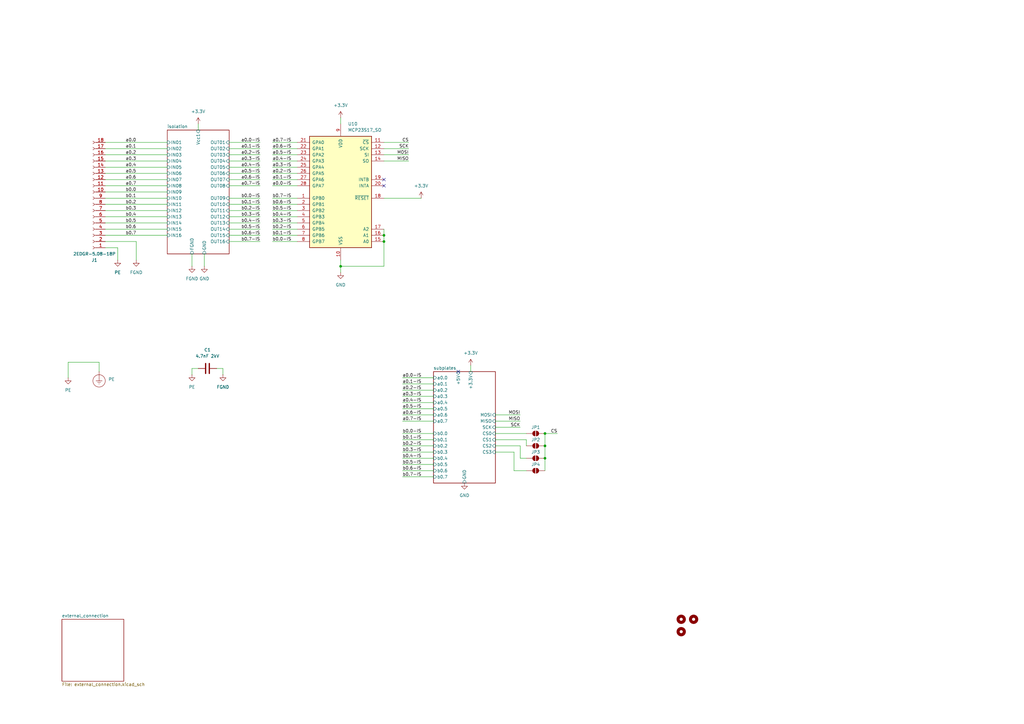
<source format=kicad_sch>
(kicad_sch (version 20231120) (generator "eeschema") (generator_version "8.0")
  (paper "A3")
  (title_block (title "${article} v${version}"))
  (lib_symbols
    (symbol "Jumper:SolderJumper_2_Open" (pin_numbers hide) (pin_names (offset 0) hide) (exclude_from_sim yes) (in_bom no)
      (property "Reference" "JP" (at 0 2.032 0))
      (property "Value" "SolderJumper_2_Open" (at 0 -2.54 0))
      (symbol "SolderJumper_2_Open_0_1"
        (arc (start -0.254 1.016) (mid -1.2656 0) (end -0.254 -1.016))
        (arc (start -0.254 1.016) (mid -1.2656 0) (end -0.254 -1.016) (fill (type outline)))
        (polyline (pts (xy -0.254 1.016) (xy -0.254 -1.016)))
        (polyline (pts (xy 0.254 1.016) (xy 0.254 -1.016)))
        (arc (start 0.254 -1.016) (mid 1.2656 0) (end 0.254 1.016))
        (arc (start 0.254 -1.016) (mid 1.2656 0) (end 0.254 1.016) (fill (type outline)))
      )
      (symbol "SolderJumper_2_Open_1_1"
        (pin passive line (at -3.81 0 0) (length 2.54) (name "A") (number "1"))
        (pin passive line (at 3.81 0 180) (length 2.54) (name "B") (number "2"))
      )
    )
    (symbol "kicad_inventree_lib:C_4.7nF_2kV_1812" (pin_numbers hide) (pin_names (offset 0.254))
      (property "Reference" "C" (at 0.635 2.54 0))
      (property "Value" "4.7nF 2kV" (at 0.635 -2.54 0))
      (symbol "C_4.7nF_2kV_1812_0_1"
        (polyline (pts (xy -2.032 -0.762) (xy 2.032 -0.762)) (stroke (width 0.508)))
        (polyline (pts (xy -2.032 0.762) (xy 2.032 0.762)) (stroke (width 0.508)))
      )
      (symbol "C_4.7nF_2kV_1812_1_1"
        (pin passive line (at 0 3.81 270) (length 2.794) (name "~") (number "1"))
        (pin passive line (at 0 -3.81 90) (length 2.794) (name "~") (number "2"))
      )
    )
    (symbol "kicad_inventree_lib:Degson_2EDGR-5.08-18P" (pin_names (offset 1.016) hide)
      (property "Reference" "J" (at 0 2.54 0))
      (property "Value" "2EDGR-5.08-18P" (at -4.572 -46.482 0))
      (symbol "Degson_2EDGR-5.08-18P_1_1"
        (arc (start 0 -42.672) (mid -0.5058 -43.18) (end 0 -43.688) (stroke (width 0.1524)))
        (arc (start 0 -40.132) (mid -0.5058 -40.64) (end 0 -41.148) (stroke (width 0.1524)))
        (arc (start 0 -37.592) (mid -0.5058 -38.1) (end 0 -38.608) (stroke (width 0.1524)))
        (arc (start 0 -35.052) (mid -0.5058 -35.56) (end 0 -36.068) (stroke (width 0.1524)))
        (arc (start 0 -32.512) (mid -0.5058 -33.02) (end 0 -33.528) (stroke (width 0.1524)))
        (arc (start 0 -29.972) (mid -0.5058 -30.48) (end 0 -30.988) (stroke (width 0.1524)))
        (arc (start 0 -27.432) (mid -0.5058 -27.94) (end 0 -28.448) (stroke (width 0.1524)))
        (arc (start 0 -24.892) (mid -0.5058 -25.4) (end 0 -25.908) (stroke (width 0.1524)))
        (arc (start 0 -22.352) (mid -0.5058 -22.86) (end 0 -23.368) (stroke (width 0.1524)))
        (arc (start 0 -19.812) (mid -0.5058 -20.32) (end 0 -20.828) (stroke (width 0.1524)))
        (arc (start 0 -17.272) (mid -0.5058 -17.78) (end 0 -18.288) (stroke (width 0.1524)))
        (arc (start 0 -14.732) (mid -0.5058 -15.24) (end 0 -15.748) (stroke (width 0.1524)))
        (arc (start 0 -12.192) (mid -0.5058 -12.7) (end 0 -13.208) (stroke (width 0.1524)))
        (arc (start 0 -9.652) (mid -0.5058 -10.16) (end 0 -10.668) (stroke (width 0.1524)))
        (arc (start 0 -7.112) (mid -0.5058 -7.62) (end 0 -8.128) (stroke (width 0.1524)))
        (arc (start 0 -4.572) (mid -0.5058 -5.08) (end 0 -5.588) (stroke (width 0.1524)))
        (arc (start 0 -2.032) (mid -0.5058 -2.54) (end 0 -3.048) (stroke (width 0.1524)))
        (polyline (pts (xy -1.27 -43.18) (xy -0.508 -43.18)) (stroke (width 0.1524)))
        (polyline (pts (xy -1.27 -40.64) (xy -0.508 -40.64)) (stroke (width 0.1524)))
        (polyline (pts (xy -1.27 -38.1) (xy -0.508 -38.1)) (stroke (width 0.1524)))
        (polyline (pts (xy -1.27 -35.56) (xy -0.508 -35.56)) (stroke (width 0.1524)))
        (polyline (pts (xy -1.27 -33.02) (xy -0.508 -33.02)) (stroke (width 0.1524)))
        (polyline (pts (xy -1.27 -30.48) (xy -0.508 -30.48)) (stroke (width 0.1524)))
        (polyline (pts (xy -1.27 -27.94) (xy -0.508 -27.94)) (stroke (width 0.1524)))
        (polyline (pts (xy -1.27 -25.4) (xy -0.508 -25.4)) (stroke (width 0.1524)))
        (polyline (pts (xy -1.27 -22.86) (xy -0.508 -22.86)) (stroke (width 0.1524)))
        (polyline (pts (xy -1.27 -20.32) (xy -0.508 -20.32)) (stroke (width 0.1524)))
        (polyline (pts (xy -1.27 -17.78) (xy -0.508 -17.78)) (stroke (width 0.1524)))
        (polyline (pts (xy -1.27 -15.24) (xy -0.508 -15.24)) (stroke (width 0.1524)))
        (polyline (pts (xy -1.27 -12.7) (xy -0.508 -12.7)) (stroke (width 0.1524)))
        (polyline (pts (xy -1.27 -10.16) (xy -0.508 -10.16)) (stroke (width 0.1524)))
        (polyline (pts (xy -1.27 -7.62) (xy -0.508 -7.62)) (stroke (width 0.1524)))
        (polyline (pts (xy -1.27 -5.08) (xy -0.508 -5.08)) (stroke (width 0.1524)))
        (polyline (pts (xy -1.27 -2.54) (xy -0.508 -2.54)) (stroke (width 0.1524)))
        (polyline (pts (xy -1.27 0) (xy -0.508 0)) (stroke (width 0.1524)))
        (arc (start 0 0.508) (mid -0.5058 0) (end 0 -0.508) (stroke (width 0.1524)))
        (pin passive line (at -5.08 0 0) (length 3.81) (name "Pin_1") (number "1"))
        (pin passive line (at -5.08 -22.86 0) (length 3.81) (name "Pin_10") (number "10"))
        (pin passive line (at -5.08 -25.4 0) (length 3.81) (name "Pin_11") (number "11"))
        (pin passive line (at -5.08 -27.94 0) (length 3.81) (name "Pin_12") (number "12"))
        (pin passive line (at -5.08 -30.48 0) (length 3.81) (name "Pin_13") (number "13"))
        (pin passive line (at -5.08 -33.02 0) (length 3.81) (name "Pin_14") (number "14"))
        (pin passive line (at -5.08 -35.56 0) (length 3.81) (name "Pin_15") (number "15"))
        (pin passive line (at -5.08 -38.1 0) (length 3.81) (name "Pin_16") (number "16"))
        (pin passive line (at -5.08 -40.64 0) (length 3.81) (name "Pin_17") (number "17"))
        (pin passive line (at -5.08 -43.18 0) (length 3.81) (name "Pin_18") (number "18"))
        (pin passive line (at -5.08 -2.54 0) (length 3.81) (name "Pin_2") (number "2"))
        (pin passive line (at -5.08 -5.08 0) (length 3.81) (name "Pin_3") (number "3"))
        (pin passive line (at -5.08 -7.62 0) (length 3.81) (name "Pin_4") (number "4"))
        (pin passive line (at -5.08 -10.16 0) (length 3.81) (name "Pin_5") (number "5"))
        (pin passive line (at -5.08 -12.7 0) (length 3.81) (name "Pin_6") (number "6"))
        (pin passive line (at -5.08 -15.24 0) (length 3.81) (name "Pin_7") (number "7"))
        (pin passive line (at -5.08 -17.78 0) (length 3.81) (name "Pin_8") (number "8"))
        (pin passive line (at -5.08 -20.32 0) (length 3.81) (name "Pin_9") (number "9"))
      )
    )
    (symbol "kicad_inventree_lib:MCP23S17_SO" (pin_names (offset 1.016))
      (property "Reference" "U" (at -11.43 24.13 0))
      (property "Value" "MCP23S17_SO" (at 0 0 0))
      (symbol "MCP23S17_SO_0_1"
        (rectangle (start -12.7 22.86) (end 12.7 -22.86) (stroke (width 0.254)) (fill (type background)))
      )
      (symbol "MCP23S17_SO_1_1"
        (pin bidirectional line (at 17.78 -2.54 180) (length 5.08) (name "GPB0") (number "1"))
        (pin power_in line (at 0 -27.94 90) (length 5.08) (name "VSS") (number "10"))
        (pin input line (at -17.78 20.32 0) (length 5.08) (name "~{CS}") (number "11"))
        (pin input line (at -17.78 17.78 0) (length 5.08) (name "SCK") (number "12"))
        (pin input line (at -17.78 15.24 0) (length 5.08) (name "SI") (number "13"))
        (pin output line (at -17.78 12.7 0) (length 5.08) (name "SO") (number "14"))
        (pin input line (at -17.78 -20.32 0) (length 5.08) (name "A0") (number "15"))
        (pin input line (at -17.78 -17.78 0) (length 5.08) (name "A1") (number "16"))
        (pin input line (at -17.78 -15.24 0) (length 5.08) (name "A2") (number "17"))
        (pin input line (at -17.78 -2.54 0) (length 5.08) (name "~{RESET}") (number "18"))
        (pin tri_state line (at -17.78 5.08 0) (length 5.08) (name "INTB") (number "19"))
        (pin bidirectional line (at 17.78 -5.08 180) (length 5.08) (name "GPB1") (number "2"))
        (pin tri_state line (at -17.78 2.54 0) (length 5.08) (name "INTA") (number "20"))
        (pin bidirectional line (at 17.78 20.32 180) (length 5.08) (name "GPA0") (number "21"))
        (pin bidirectional line (at 17.78 17.78 180) (length 5.08) (name "GPA1") (number "22"))
        (pin bidirectional line (at 17.78 15.24 180) (length 5.08) (name "GPA2") (number "23"))
        (pin bidirectional line (at 17.78 12.7 180) (length 5.08) (name "GPA3") (number "24"))
        (pin bidirectional line (at 17.78 10.16 180) (length 5.08) (name "GPA4") (number "25"))
        (pin bidirectional line (at 17.78 7.62 180) (length 5.08) (name "GPA5") (number "26"))
        (pin bidirectional line (at 17.78 5.08 180) (length 5.08) (name "GPA6") (number "27"))
        (pin bidirectional line (at 17.78 2.54 180) (length 5.08) (name "GPA7") (number "28"))
        (pin bidirectional line (at 17.78 -7.62 180) (length 5.08) (name "GPB2") (number "3"))
        (pin bidirectional line (at 17.78 -10.16 180) (length 5.08) (name "GPB3") (number "4"))
        (pin bidirectional line (at 17.78 -12.7 180) (length 5.08) (name "GPB4") (number "5"))
        (pin bidirectional line (at 17.78 -15.24 180) (length 5.08) (name "GPB5") (number "6"))
        (pin bidirectional line (at 17.78 -17.78 180) (length 5.08) (name "GPB6") (number "7"))
        (pin bidirectional line (at 17.78 -20.32 180) (length 5.08) (name "GPB7") (number "8"))
        (pin power_in line (at 0 27.94 270) (length 5.08) (name "VDD") (number "9"))
      )
    )
    (symbol "kicad_inventree_lib:MountingHole_M3" (pin_names (offset 1.016)) (exclude_from_sim yes) (in_bom no)
      (symbol "MountingHole_M3_0_1"
        (circle (center 0 0) (radius 1.27) (stroke (width 1.27)))
      )
    )
    (symbol "kicad_inventree_lib:PE" (pin_numbers hide) (pin_names (offset 0) hide) (in_bom no)
      (property "Value" "PE" (at 0 -7.62 0))
      (symbol "PE_0_1"
        (circle (center 0 -3.81) (radius 2.54))
        (polyline (pts (xy -0.635 -4.445) (xy 0.635 -4.445)))
        (polyline (pts (xy -0.127 -5.08) (xy 0.127 -5.08)))
        (polyline (pts (xy 0 -3.81) (xy 0 0)))
        (polyline (pts (xy 1.27 -3.81) (xy -1.27 -3.81)))
      )
      (symbol "PE_1_1"
        (pin power_in line (at 0 0 270) (length 0) (name "~") (number "1"))
      )
    )
    (symbol "power:+5V" (power) (pin_numbers hide) (pin_names (offset 0) hide)
      (property "Value" "+5V" (at 0 3.556 0))
      (symbol "+5V_0_1"
        (polyline (pts (xy -0.762 1.27) (xy 0 2.54)))
        (polyline (pts (xy 0 0) (xy 0 2.54)))
        (polyline (pts (xy 0 2.54) (xy 0.762 1.27)))
      )
      (symbol "+5V_1_1"
        (pin power_in line (at 0 0 90) (length 0) (name "~") (number "1"))
      )
    )
    (symbol "power:GND" (power) (pin_numbers hide) (pin_names (offset 0) hide)
      (property "Value" "GND" (at 0 -3.81 0))
      (symbol "GND_0_1"
        (polyline (pts (xy 0 0) (xy 0 -1.27) (xy 1.27 -1.27) (xy 0 -2.54) (xy -1.27 -1.27) (xy 0 -1.27)))
      )
      (symbol "GND_1_1"
        (pin power_in line (at 0 0 270) (length 0) (name "~") (number "1"))
      )
    )
  )
  (junction (at 157.48 99.06))
  (junction (at 157.48 96.52))
  (junction (at 223.52 177.8))
  (junction (at 223.52 182.88))
  (junction (at 139.7 109.22))
  (junction (at 223.52 187.96))
  (no_connect (at 187.96 152.4))
  (no_connect (at 157.48 73.66))
  (no_connect (at 157.48 76.2))
  (wire (pts (xy 111.76 91.44) (xy 121.92 91.44)))
  (wire (pts (xy 40.64 148.59) (xy 40.64 152.4)))
  (wire (pts (xy 91.44 153.67) (xy 91.44 151.13)))
  (wire (pts (xy 203.2 177.8) (xy 215.9 177.8)))
  (wire (pts (xy 93.98 96.52) (xy 106.68 96.52)))
  (wire (pts (xy 55.88 99.06) (xy 43.18 99.06)))
  (wire (pts (xy 111.76 68.58) (xy 121.92 68.58)))
  (wire (pts (xy 93.98 68.58) (xy 106.68 68.58)))
  (wire (pts (xy 111.76 96.52) (xy 121.92 96.52)))
  (wire (pts (xy 223.52 177.8) (xy 223.52 182.88)))
  (wire (pts (xy 91.44 151.13) (xy 88.9 151.13)))
  (wire (pts (xy 165.1 157.48) (xy 177.8 157.48)))
  (wire (pts (xy 43.18 73.66) (xy 68.58 73.66)))
  (wire (pts (xy 111.76 88.9) (xy 121.92 88.9)))
  (wire (pts (xy 157.48 63.5) (xy 167.64 63.5)))
  (wire (pts (xy 111.76 73.66) (xy 121.92 73.66)))
  (wire (pts (xy 43.18 66.04) (xy 68.58 66.04)))
  (wire (pts (xy 43.18 78.74) (xy 68.58 78.74)))
  (wire (pts (xy 43.18 83.82) (xy 68.58 83.82)))
  (wire (pts (xy 93.98 76.2) (xy 106.68 76.2)))
  (wire (pts (xy 157.48 96.52) (xy 157.48 99.06)))
  (wire (pts (xy 139.7 111.76) (xy 139.7 109.22)))
  (wire (pts (xy 139.7 48.26) (xy 139.7 50.8)))
  (wire (pts (xy 93.98 86.36) (xy 106.68 86.36)))
  (wire (pts (xy 93.98 66.04) (xy 106.68 66.04)))
  (wire (pts (xy 78.74 151.13) (xy 78.74 153.67)))
  (wire (pts (xy 93.98 81.28) (xy 106.68 81.28)))
  (wire (pts (xy 165.1 180.34) (xy 177.8 180.34)))
  (wire (pts (xy 165.1 190.5) (xy 177.8 190.5)))
  (wire (pts (xy 157.48 81.28) (xy 172.72 81.28)))
  (wire (pts (xy 111.76 58.42) (xy 121.92 58.42)))
  (wire (pts (xy 27.94 148.59) (xy 40.64 148.59)))
  (wire (pts (xy 93.98 73.66) (xy 106.68 73.66)))
  (wire (pts (xy 203.2 175.26) (xy 213.36 175.26)))
  (wire (pts (xy 111.76 71.12) (xy 121.92 71.12)))
  (wire (pts (xy 93.98 99.06) (xy 106.68 99.06)))
  (wire (pts (xy 111.76 93.98) (xy 121.92 93.98)))
  (wire (pts (xy 48.26 101.6) (xy 48.26 106.68)))
  (wire (pts (xy 55.88 106.68) (xy 55.88 99.06)))
  (wire (pts (xy 157.48 93.98) (xy 157.48 96.52)))
  (wire (pts (xy 93.98 63.5) (xy 106.68 63.5)))
  (wire (pts (xy 93.98 60.96) (xy 106.68 60.96)))
  (wire (pts (xy 165.1 195.58) (xy 177.8 195.58)))
  (wire (pts (xy 43.18 60.96) (xy 68.58 60.96)))
  (wire (pts (xy 215.9 182.88) (xy 215.9 180.34)))
  (wire (pts (xy 111.76 66.04) (xy 121.92 66.04)))
  (wire (pts (xy 43.18 81.28) (xy 68.58 81.28)))
  (wire (pts (xy 93.98 91.44) (xy 106.68 91.44)))
  (wire (pts (xy 43.18 86.36) (xy 68.58 86.36)))
  (wire (pts (xy 111.76 81.28) (xy 121.92 81.28)))
  (wire (pts (xy 165.1 154.94) (xy 177.8 154.94)))
  (wire (pts (xy 111.76 76.2) (xy 121.92 76.2)))
  (wire (pts (xy 111.76 83.82) (xy 121.92 83.82)))
  (wire (pts (xy 43.18 76.2) (xy 68.58 76.2)))
  (wire (pts (xy 223.52 177.8) (xy 228.6 177.8)))
  (wire (pts (xy 165.1 160.02) (xy 177.8 160.02)))
  (wire (pts (xy 203.2 170.18) (xy 213.36 170.18)))
  (wire (pts (xy 165.1 170.18) (xy 177.8 170.18)))
  (wire (pts (xy 203.2 182.88) (xy 213.36 182.88)))
  (wire (pts (xy 139.7 109.22) (xy 157.48 109.22)))
  (wire (pts (xy 93.98 58.42) (xy 106.68 58.42)))
  (wire (pts (xy 157.48 58.42) (xy 167.64 58.42)))
  (wire (pts (xy 213.36 187.96) (xy 213.36 182.88)))
  (wire (pts (xy 215.9 187.96) (xy 213.36 187.96)))
  (wire (pts (xy 81.28 50.8) (xy 81.28 53.34)))
  (wire (pts (xy 111.76 86.36) (xy 121.92 86.36)))
  (wire (pts (xy 43.18 101.6) (xy 48.26 101.6)))
  (wire (pts (xy 27.94 154.94) (xy 27.94 148.59)))
  (wire (pts (xy 165.1 167.64) (xy 177.8 167.64)))
  (wire (pts (xy 165.1 172.72) (xy 177.8 172.72)))
  (wire (pts (xy 139.7 106.68) (xy 139.7 109.22)))
  (wire (pts (xy 93.98 83.82) (xy 106.68 83.82)))
  (wire (pts (xy 193.04 149.86) (xy 193.04 152.4)))
  (wire (pts (xy 78.74 104.14) (xy 78.74 109.22)))
  (wire (pts (xy 43.18 93.98) (xy 68.58 93.98)))
  (wire (pts (xy 165.1 193.04) (xy 177.8 193.04)))
  (wire (pts (xy 93.98 88.9) (xy 106.68 88.9)))
  (wire (pts (xy 165.1 182.88) (xy 177.8 182.88)))
  (wire (pts (xy 43.18 91.44) (xy 68.58 91.44)))
  (wire (pts (xy 93.98 71.12) (xy 106.68 71.12)))
  (wire (pts (xy 43.18 58.42) (xy 68.58 58.42)))
  (wire (pts (xy 43.18 88.9) (xy 68.58 88.9)))
  (wire (pts (xy 43.18 96.52) (xy 68.58 96.52)))
  (wire (pts (xy 165.1 165.1) (xy 177.8 165.1)))
  (wire (pts (xy 43.18 63.5) (xy 68.58 63.5)))
  (wire (pts (xy 203.2 172.72) (xy 213.36 172.72)))
  (wire (pts (xy 210.82 185.42) (xy 210.82 193.04)))
  (wire (pts (xy 81.28 151.13) (xy 78.74 151.13)))
  (wire (pts (xy 165.1 162.56) (xy 177.8 162.56)))
  (wire (pts (xy 111.76 60.96) (xy 121.92 60.96)))
  (wire (pts (xy 93.98 93.98) (xy 106.68 93.98)))
  (wire (pts (xy 223.52 187.96) (xy 223.52 193.04)))
  (wire (pts (xy 157.48 99.06) (xy 157.48 109.22)))
  (wire (pts (xy 165.1 185.42) (xy 177.8 185.42)))
  (wire (pts (xy 43.18 68.58) (xy 68.58 68.58)))
  (wire (pts (xy 203.2 180.34) (xy 215.9 180.34)))
  (wire (pts (xy 111.76 63.5) (xy 121.92 63.5)))
  (wire (pts (xy 223.52 182.88) (xy 223.52 187.96)))
  (wire (pts (xy 165.1 177.8) (xy 177.8 177.8)))
  (wire (pts (xy 83.82 104.14) (xy 83.82 109.22)))
  (wire (pts (xy 157.48 66.04) (xy 167.64 66.04)))
  (wire (pts (xy 210.82 193.04) (xy 215.9 193.04)))
  (wire (pts (xy 157.48 60.96) (xy 167.64 60.96)))
  (wire (pts (xy 111.76 99.06) (xy 121.92 99.06)))
  (wire (pts (xy 203.2 185.42) (xy 210.82 185.42)))
  (wire (pts (xy 43.18 71.12) (xy 68.58 71.12)))
  (wire (pts (xy 165.1 187.96) (xy 177.8 187.96)))
  (label "a0.4" (at 55.88 68.58 180))
  (label "b0.5-IS" (at 106.68 93.98 180))
  (label "b0.2" (at 55.88 83.82 180))
  (label "b0.3" (at 55.88 86.36 180))
  (label "a0.7-IS" (at 106.68 76.2 180))
  (label "b0.5-IS" (at 111.76 86.36 0))
  (label "b0.4-IS" (at 106.68 91.44 180))
  (label "a0.4-IS" (at 106.68 68.58 180))
  (label "b0.7-IS" (at 165.1 195.58 0))
  (label "b0.2-IS" (at 106.68 86.36 180))
  (label "b0.5-IS" (at 165.1 190.5 0))
  (label "b0.3-IS" (at 111.76 91.44 0))
  (label "b0.1-IS" (at 165.1 180.34 0))
  (label "MISO" (at 213.36 172.72 180))
  (label "CS" (at 228.6 177.8 180))
  (label "b0.2-IS" (at 165.1 182.88 0))
  (label "b0.0-IS" (at 165.1 177.8 0))
  (label "a0.6-IS" (at 106.68 73.66 180))
  (label "b0.3-IS" (at 165.1 185.42 0))
  (label "a0.5" (at 55.88 71.12 180))
  (label "a0.0" (at 55.88 58.42 180))
  (label "a0.3-IS" (at 165.1 162.56 0))
  (label "a0.2-IS" (at 165.1 160.02 0))
  (label "b0.1" (at 55.88 81.28 180))
  (label "a0.3-IS" (at 106.68 66.04 180))
  (label "SCK" (at 213.36 175.26 180))
  (label "CS" (at 167.64 58.42 180))
  (label "a0.1" (at 55.88 60.96 180))
  (label "a0.1-IS" (at 106.68 60.96 180))
  (label "b0.4-IS" (at 165.1 187.96 0))
  (label "a0.1-IS" (at 165.1 157.48 0))
  (label "b0.0" (at 55.88 78.74 180))
  (label "b0.3-IS" (at 106.68 88.9 180))
  (label "b0.7-IS" (at 106.68 99.06 180))
  (label "a0.2-IS" (at 111.76 71.12 0))
  (label "b0.6-IS" (at 106.68 96.52 180))
  (label "a0.0-IS" (at 165.1 154.94 0))
  (label "a0.6-IS" (at 165.1 170.18 0))
  (label "a0.4-IS" (at 165.1 165.1 0))
  (label "a0.3" (at 55.88 66.04 180))
  (label "MOSI" (at 213.36 170.18 180))
  (label "MISO" (at 167.64 66.04 180))
  (label "a0.0-IS" (at 111.76 76.2 0))
  (label "SCK" (at 167.64 60.96 180))
  (label "a0.5-IS" (at 165.1 167.64 0))
  (label "b0.5" (at 55.88 91.44 180))
  (label "a0.7-IS" (at 111.76 58.42 0))
  (label "b0.0-IS" (at 106.68 81.28 180))
  (label "a0.2-IS" (at 106.68 63.5 180))
  (label "b0.4-IS" (at 111.76 88.9 0))
  (label "a0.5-IS" (at 111.76 63.5 0))
  (label "MOSI" (at 167.64 63.5 180))
  (label "b0.6" (at 55.88 93.98 180))
  (label "a0.6-IS" (at 111.76 60.96 0))
  (label "b0.4" (at 55.88 88.9 180))
  (label "b0.6-IS" (at 111.76 83.82 0))
  (label "a0.7-IS" (at 165.1 172.72 0))
  (label "b0.6-IS" (at 165.1 193.04 0))
  (label "a0.7" (at 55.88 76.2 180))
  (label "b0.2-IS" (at 111.76 93.98 0))
  (label "b0.7-IS" (at 111.76 81.28 0))
  (label "b0.1-IS" (at 106.68 83.82 180))
  (label "a0.2" (at 55.88 63.5 180))
  (label "a0.0-IS" (at 106.68 58.42 180))
  (label "b0.0-IS" (at 111.76 99.06 0))
  (label "b0.7" (at 55.88 96.52 180))
  (label "a0.3-IS" (at 111.76 68.58 0))
  (label "a0.5-IS" (at 106.68 71.12 180))
  (label "b0.1-IS" (at 111.76 96.52 0))
  (label "a0.4-IS" (at 111.76 66.04 0))
  (label "a0.1-IS" (at 111.76 73.66 0))
  (label "a0.6" (at 55.88 73.66 180))
  (symbol (lib_id "power:GND") (at 139.7 111.76 0) (unit 1)
    (property "Reference" "#PWR010" (effects (hide yes)))
    (property "Value" "GND" (at 139.7 116.84 0))
    (property "Description" "Power symbol creates a global label with name \"GND\" , ground" (effects (hide yes)))
  )
  (symbol (lib_id "kicad_inventree_lib:PE") (at 40.64 152.4 0) (unit 1) (in_bom no)
    (property "Reference" "PE1" (effects (hide yes)))
    (property "Value" "PE" (at 44.45 155.5749 0) (effects (justify left)))
    (property "Footprint" "kicad_inventree_lib:PE" (effects (hide yes)))
    (property "Description" "Power symbol creates a global label with name \"Earth_Protective\"" (effects (hide yes)))
  )
  (symbol (lib_id "power:GND") (at 190.5 198.12 0) (unit 1)
    (property "Reference" "#PWR013" (effects (hide yes)))
    (property "Value" "GND" (at 190.5 203.2 0))
    (property "Description" "Power symbol creates a global label with name \"GND\" , ground" (effects (hide yes)))
  )
  (symbol (lib_id "kicad_inventree_lib:MountingHole_M3") (at 279.4 254 0) (unit 1) (exclude_from_sim yes) (in_bom no)
    (property "Reference" "H1" (effects (hide yes)))
    (property "Value" "MountingHole_M3" (effects (hide yes)))
    (property "Footprint" "kicad_inventree_lib:MountingHole_M3" (effects (hide yes)))
    (property "Description" "Mounting Hole without connection" (effects (hide yes)))
  )
  (symbol (lib_id "Jumper:SolderJumper_2_Open") (at 219.71 177.8 0) (unit 1) (exclude_from_sim yes) (in_bom no)
    (property "Reference" "JP1" (at 219.71 175.26 0))
    (property "Value" "SolderJumper_2_Open" (effects (hide yes)))
    (property "Footprint" "Jumper:SolderJumper-2_P1.3mm_Open_RoundedPad1.0x1.5mm" (effects (hide yes)))
    (property "Description" "Solder Jumper, 2-pole, open" (effects (hide yes)))
  )
  (symbol (lib_id "power:GND") (at 83.82 109.22 0) (unit 1)
    (property "Reference" "#PWR06" (effects (hide yes)))
    (property "Value" "GND" (at 83.82 114.3 0))
    (property "Description" "Power symbol creates a global label with name \"GND\" , ground" (effects (hide yes)))
  )
  (symbol (lib_id "power:GND") (at 78.74 153.67 0) (unit 1)
    (property "Reference" "#PWR07" (effects (hide yes)))
    (property "Value" "PE" (at 78.74 158.75 0))
    (property "Description" "Power symbol creates a global label with name \"GND\" , ground" (effects (hide yes)))
  )
  (symbol (lib_id "power:GND") (at 91.44 153.67 0) (unit 1)
    (property "Reference" "#PWR08" (effects (hide yes)))
    (property "Value" "FGND" (at 91.44 158.75 0))
    (property "Description" "Power symbol creates a global label with name \"GND\" , ground" (effects (hide yes)))
  )
  (symbol (lib_id "Jumper:SolderJumper_2_Open") (at 219.71 193.04 0) (unit 1) (exclude_from_sim yes) (in_bom no)
    (property "Reference" "JP4" (at 219.71 190.5 0))
    (property "Value" "SolderJumper_2_Open" (effects (hide yes)))
    (property "Footprint" "Jumper:SolderJumper-2_P1.3mm_Open_RoundedPad1.0x1.5mm" (effects (hide yes)))
    (property "Description" "Solder Jumper, 2-pole, open" (effects (hide yes)))
  )
  (symbol (lib_id "power:+5V") (at 139.7 48.26 0) (unit 1)
    (property "Reference" "#PWR09" (effects (hide yes)))
    (property "Value" "+3.3V" (at 139.7 43.18 0))
    (property "Description" "Power symbol creates a global label with name \"+5V\"" (effects (hide yes)))
  )
  (symbol (lib_id "power:GND") (at 48.26 106.68 0) (unit 1)
    (property "Reference" "#PWR01" (effects (hide yes)))
    (property "Value" "PE" (at 48.26 111.76 0))
    (property "Description" "Power symbol creates a global label with name \"GND\" , ground" (effects (hide yes)))
  )
  (symbol (lib_id "kicad_inventree_lib:MCP23S17_SO") (at 139.7 78.74 0) (mirror y) (unit 1)
    (property "Reference" "U10" (at 142.7165 50.8 0) (effects (justify right)))
    (property "Value" "MCP23S17_SO" (at 142.7165 53.34 0) (effects (justify right)))
    (property "Footprint" "Package_SO:SOIC-28W_7.5x17.9mm_P1.27mm" (effects (hide yes)))
    (property "Datasheet" "http://inventree.network/part/105/" (effects (hide yes)))
    (property "Description" "16-bit I/O expander, SPI, interrupts, w pull-ups, SOIC-28" (effects (hide yes)))
    (property "part_ipn" "MCP23S17-E/SO" (effects (hide yes)))
  )
  (symbol (lib_id "power:+5V") (at 81.28 50.8 0) (unit 1)
    (property "Reference" "#PWR05" (effects (hide yes)))
    (property "Value" "+3.3V" (at 81.28 45.72 0))
    (property "Description" "Power symbol creates a global label with name \"+5V\"" (effects (hide yes)))
  )
  (symbol (lib_id "kicad_inventree_lib:C_4.7nF_2kV_1812") (at 85.09 151.13 90) (unit 1)
    (property "Reference" "C1" (at 85.09 143.51 90))
    (property "Value" "4.7nF 2kV" (at 85.09 146.05 90))
    (property "Footprint" "Capacitor_SMD:C_1812_4532Metric_Pad1.57x3.40mm_HandSolder" (effects (hide yes)))
    (property "Datasheet" "http://inventree.network/part/112/" (effects (hide yes)))
    (property "Description" "Unpolarized capacitor" (effects (hide yes)))
    (property "part_ipn" "C_4.7nF_2kV_1812" (effects (hide yes)))
  )
  (symbol (lib_id "power:+5V") (at 193.04 149.86 0) (unit 1)
    (property "Reference" "#PWR012" (effects (hide yes)))
    (property "Value" "+3.3V" (at 193.04 144.78 0))
    (property "Description" "Power symbol creates a global label with name \"+5V\"" (effects (hide yes)))
  )
  (symbol (lib_id "kicad_inventree_lib:MountingHole_M3") (at 279.4 259.08 0) (unit 1) (exclude_from_sim yes) (in_bom no)
    (property "Reference" "H2" (effects (hide yes)))
    (property "Value" "MountingHole_M3" (effects (hide yes)))
    (property "Footprint" "kicad_inventree_lib:MountingHole_M3" (effects (hide yes)))
    (property "Description" "Mounting Hole without connection" (effects (hide yes)))
  )
  (symbol (lib_id "Jumper:SolderJumper_2_Open") (at 219.71 182.88 0) (unit 1) (exclude_from_sim yes) (in_bom no)
    (property "Reference" "JP2" (at 219.71 180.34 0))
    (property "Value" "SolderJumper_2_Open" (effects (hide yes)))
    (property "Footprint" "Jumper:SolderJumper-2_P1.3mm_Open_RoundedPad1.0x1.5mm" (effects (hide yes)))
    (property "Description" "Solder Jumper, 2-pole, open" (effects (hide yes)))
  )
  (symbol (lib_id "kicad_inventree_lib:MountingHole_M3") (at 284.48 254 0) (unit 1) (exclude_from_sim yes) (in_bom no)
    (property "Reference" "H3" (effects (hide yes)))
    (property "Value" "MountingHole_M3" (effects (hide yes)))
    (property "Footprint" "kicad_inventree_lib:MountingHole_M3" (effects (hide yes)))
    (property "Description" "Mounting Hole without connection" (effects (hide yes)))
  )
  (symbol (lib_id "Jumper:SolderJumper_2_Open") (at 219.71 187.96 0) (unit 1) (exclude_from_sim yes) (in_bom no)
    (property "Reference" "JP3" (at 219.71 185.42 0))
    (property "Value" "SolderJumper_2_Open" (effects (hide yes)))
    (property "Footprint" "Jumper:SolderJumper-2_P1.3mm_Open_RoundedPad1.0x1.5mm" (effects (hide yes)))
    (property "Description" "Solder Jumper, 2-pole, open" (effects (hide yes)))
  )
  (symbol (lib_id "power:GND") (at 55.88 106.68 0) (unit 1)
    (property "Reference" "#PWR03" (effects (hide yes)))
    (property "Value" "FGND" (at 55.88 111.76 0))
    (property "Description" "Power symbol creates a global label with name \"GND\" , ground" (effects (hide yes)))
  )
  (symbol (lib_id "power:GND") (at 78.74 109.22 0) (unit 1)
    (property "Reference" "#PWR04" (effects (hide yes)))
    (property "Value" "FGND" (at 78.74 114.3 0))
    (property "Description" "Power symbol creates a global label with name \"GND\" , ground" (effects (hide yes)))
  )
  (symbol (lib_id "power:+5V") (at 172.72 81.28 0) (unit 1)
    (property "Reference" "#PWR011" (effects (hide yes)))
    (property "Value" "+3.3V" (at 172.72 76.2 0))
    (property "Description" "Power symbol creates a global label with name \"+5V\"" (effects (hide yes)))
  )
  (symbol (lib_id "kicad_inventree_lib:Degson_2EDGR-5.08-18P") (at 38.1 101.6 180) (unit 1)
    (property "Reference" "J1" (at 38.735 106.68 0))
    (property "Value" "2EDGR-5.08-18P" (at 38.735 104.14 0))
    (property "Footprint" "NextPCB:Degson_2EDGR-5.08-18P" (effects (hide yes)))
    (property "Datasheet" "http://inventree.network/part/19/" (effects (hide yes)))
    (property "Description" "01x18" (effects (hide yes)))
    (property "NextPCB_url" "https://www.hqonline.com/product-detail/terminal-blocks-kangnex-wj2edgr-5-08-18p-2500349376" (effects (hide yes)))
    (property "NextPCB_price" "0.17085" (effects (hide yes)))
    (property "part_ipn" "2EDGR-5.08-18P" (effects (hide yes)))
  )
  (symbol (lib_id "power:GND") (at 27.94 154.94 0) (unit 1)
    (property "Reference" "#PWR02" (effects (hide yes)))
    (property "Value" "PE" (at 27.94 160.02 0))
    (property "Description" "Power symbol creates a global label with name \"GND\" , ground" (effects (hide yes)))
  )
  (sheet (at 68.58 53.34) (size 25.4 50.8) (stroke (width 0.1524))
    (property "Sheetname" "isolation" (at 68.58 52.6284 0) (effects (justify left bottom)))
    (property "Sheetfile" "isolation.kicad_sch" (effects (hide yes)))
    (pin "IN01" input (at 68.58 58.42 180))
    (pin "IN02" input (at 68.58 60.96 180))
    (pin "IN03" input (at 68.58 63.5 180))
    (pin "IN04" input (at 68.58 66.04 180))
    (pin "IN05" input (at 68.58 68.58 180))
    (pin "IN06" input (at 68.58 71.12 180))
    (pin "IN07" input (at 68.58 73.66 180))
    (pin "IN08" input (at 68.58 76.2 180))
    (pin "IN10" input (at 68.58 81.28 180))
    (pin "IN09" input (at 68.58 78.74 180))
    (pin "OUT01" input (at 93.98 58.42 0))
    (pin "OUT02" input (at 93.98 60.96 0))
    (pin "OUT07" input (at 93.98 73.66 0))
    (pin "OUT08" input (at 93.98 76.2 0))
    (pin "OUT05" input (at 93.98 68.58 0))
    (pin "OUT06" input (at 93.98 71.12 0))
    (pin "OUT03" input (at 93.98 63.5 0))
    (pin "OUT04" input (at 93.98 66.04 0))
    (pin "OUT09" input (at 93.98 81.28 0))
    (pin "OUT10" input (at 93.98 83.82 0))
    (pin "OUT11" input (at 93.98 86.36 0))
    (pin "OUT12" input (at 93.98 88.9 0))
    (pin "IN11" input (at 68.58 83.82 180))
    (pin "IN12" input (at 68.58 86.36 180))
    (pin "IN13" input (at 68.58 88.9 180))
    (pin "IN14" input (at 68.58 91.44 180))
    (pin "IN15" input (at 68.58 93.98 180))
    (pin "IN16" input (at 68.58 96.52 180))
    (pin "OUT13" input (at 93.98 91.44 0))
    (pin "OUT14" input (at 93.98 93.98 0))
    (pin "OUT15" input (at 93.98 96.52 0))
    (pin "OUT16" input (at 93.98 99.06 0))
    (pin "GND" input (at 83.82 104.14 270))
    (pin "FGND" input (at 78.74 104.14 270))
    (pin "Vcc1" input (at 81.28 53.34 90))
  )
  (sheet (at 177.8 152.4) (size 25.4 45.72) (stroke (width 0.1524))
    (property "Sheetname" "subplates" (at 177.8 151.6884 0) (effects (justify left bottom)))
    (property "Sheetfile" "subplates.kicad_sch" (effects (hide yes)))
    (pin "GND" input (at 190.5 198.12 270))
    (pin "+5V" input (at 187.96 152.4 90))
    (pin "+3.3V" input (at 193.04 152.4 90))
    (pin "MOSI" input (at 203.2 170.18 0))
    (pin "MISO" input (at 203.2 172.72 0))
    (pin "SCK" input (at 203.2 175.26 0))
    (pin "a0.0" input (at 177.8 154.94 180))
    (pin "a0.4" input (at 177.8 165.1 180))
    (pin "a0.7" input (at 177.8 172.72 180))
    (pin "a0.6" input (at 177.8 170.18 180))
    (pin "a0.5" input (at 177.8 167.64 180))
    (pin "a0.1" input (at 177.8 157.48 180))
    (pin "a0.3" input (at 177.8 162.56 180))
    (pin "a0.2" input (at 177.8 160.02 180))
    (pin "b0.6" input (at 177.8 193.04 180))
    (pin "b0.7" input (at 177.8 195.58 180))
    (pin "b0.4" input (at 177.8 187.96 180))
    (pin "b0.2" input (at 177.8 182.88 180))
    (pin "b0.1" input (at 177.8 180.34 180))
    (pin "b0.0" input (at 177.8 177.8 180))
    (pin "b0.3" input (at 177.8 185.42 180))
    (pin "b0.5" input (at 177.8 190.5 180))
    (pin "CS2" input (at 203.2 182.88 0))
    (pin "CS1" input (at 203.2 180.34 0))
    (pin "CS3" input (at 203.2 185.42 0))
    (pin "CS0" input (at 203.2 177.8 0))
  )
  (sheet (at 25.4 254) (size 25.4 25.4) (stroke (width 0.1524))
    (property "Sheetname" "external_connection" (at 25.4 253.2884 0) (effects (justify left bottom)))
    (property "Sheetfile" "external_connection.kicad_sch" (at 25.4 279.9846 0) (effects (justify left top)))
  )
)
</source>
